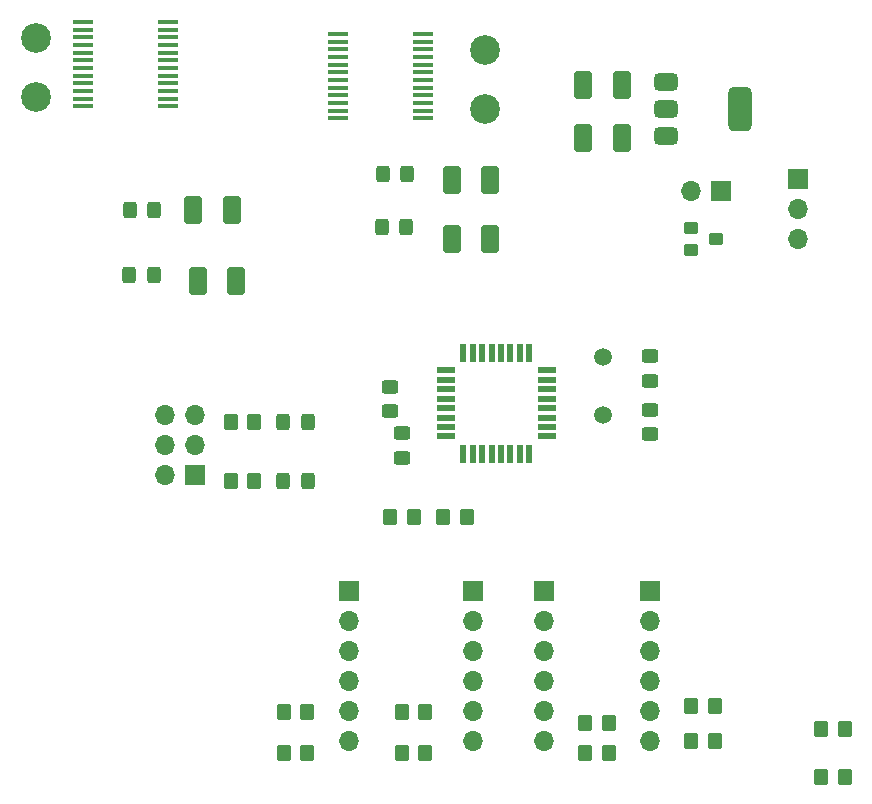
<source format=gbr>
%TF.GenerationSoftware,KiCad,Pcbnew,8.0.1*%
%TF.CreationDate,2024-06-07T20:18:40+02:00*%
%TF.ProjectId,minisumo,6d696e69-7375-46d6-9f2e-6b696361645f,rev?*%
%TF.SameCoordinates,Original*%
%TF.FileFunction,Soldermask,Top*%
%TF.FilePolarity,Negative*%
%FSLAX46Y46*%
G04 Gerber Fmt 4.6, Leading zero omitted, Abs format (unit mm)*
G04 Created by KiCad (PCBNEW 8.0.1) date 2024-06-07 20:18:40*
%MOMM*%
%LPD*%
G01*
G04 APERTURE LIST*
G04 Aperture macros list*
%AMRoundRect*
0 Rectangle with rounded corners*
0 $1 Rounding radius*
0 $2 $3 $4 $5 $6 $7 $8 $9 X,Y pos of 4 corners*
0 Add a 4 corners polygon primitive as box body*
4,1,4,$2,$3,$4,$5,$6,$7,$8,$9,$2,$3,0*
0 Add four circle primitives for the rounded corners*
1,1,$1+$1,$2,$3*
1,1,$1+$1,$4,$5*
1,1,$1+$1,$6,$7*
1,1,$1+$1,$8,$9*
0 Add four rect primitives between the rounded corners*
20,1,$1+$1,$2,$3,$4,$5,0*
20,1,$1+$1,$4,$5,$6,$7,0*
20,1,$1+$1,$6,$7,$8,$9,0*
20,1,$1+$1,$8,$9,$2,$3,0*%
G04 Aperture macros list end*
%ADD10R,1.750000X0.450000*%
%ADD11RoundRect,0.250001X-0.499999X-0.924999X0.499999X-0.924999X0.499999X0.924999X-0.499999X0.924999X0*%
%ADD12R,1.700000X1.700000*%
%ADD13O,1.700000X1.700000*%
%ADD14RoundRect,0.250000X-0.350000X-0.450000X0.350000X-0.450000X0.350000X0.450000X-0.350000X0.450000X0*%
%ADD15RoundRect,0.250000X-0.450000X0.325000X-0.450000X-0.325000X0.450000X-0.325000X0.450000X0.325000X0*%
%ADD16RoundRect,0.250000X0.350000X0.450000X-0.350000X0.450000X-0.350000X-0.450000X0.350000X-0.450000X0*%
%ADD17RoundRect,0.102000X-0.450000X0.400000X-0.450000X-0.400000X0.450000X-0.400000X0.450000X0.400000X0*%
%ADD18C,1.500000*%
%ADD19RoundRect,0.250000X0.450000X-0.325000X0.450000X0.325000X-0.450000X0.325000X-0.450000X-0.325000X0*%
%ADD20RoundRect,0.250000X0.325000X0.450000X-0.325000X0.450000X-0.325000X-0.450000X0.325000X-0.450000X0*%
%ADD21RoundRect,0.375000X-0.625000X-0.375000X0.625000X-0.375000X0.625000X0.375000X-0.625000X0.375000X0*%
%ADD22RoundRect,0.500000X-0.500000X-1.400000X0.500000X-1.400000X0.500000X1.400000X-0.500000X1.400000X0*%
%ADD23C,2.524000*%
%ADD24RoundRect,0.250001X0.499999X0.924999X-0.499999X0.924999X-0.499999X-0.924999X0.499999X-0.924999X0*%
%ADD25R,1.600000X0.550000*%
%ADD26R,0.550000X1.600000*%
G04 APERTURE END LIST*
D10*
%TO.C,U2*%
X77300000Y-92275000D03*
X77300000Y-91625000D03*
X77300000Y-90975000D03*
X77300000Y-90325000D03*
X77300000Y-89675000D03*
X77300000Y-89025000D03*
X77300000Y-88375000D03*
X77300000Y-87725000D03*
X77300000Y-87075000D03*
X77300000Y-86425000D03*
X77300000Y-85775000D03*
X77300000Y-85125000D03*
X70100000Y-85125000D03*
X70100000Y-85775000D03*
X70100000Y-86425000D03*
X70100000Y-87075000D03*
X70100000Y-87725000D03*
X70100000Y-88375000D03*
X70100000Y-89025000D03*
X70100000Y-89675000D03*
X70100000Y-90325000D03*
X70100000Y-90975000D03*
X70100000Y-91625000D03*
X70100000Y-92275000D03*
%TD*%
D11*
%TO.C,C8*%
X79750000Y-102500000D03*
X83000000Y-102500000D03*
%TD*%
D12*
%TO.C,J4*%
X71000000Y-132300000D03*
D13*
X71000000Y-134840000D03*
X71000000Y-137380000D03*
X71000000Y-139920000D03*
X71000000Y-142460000D03*
X71000000Y-145000000D03*
%TD*%
D14*
%TO.C,R7*%
X79000000Y-126000000D03*
X81000000Y-126000000D03*
%TD*%
D15*
%TO.C,C14*%
X96500000Y-112425000D03*
X96500000Y-114475000D03*
%TD*%
D16*
%TO.C,R10*%
X93000000Y-143500000D03*
X91000000Y-143500000D03*
%TD*%
D17*
%TO.C,Q2*%
X100000000Y-101550000D03*
X100000000Y-103450000D03*
X102100000Y-102500000D03*
%TD*%
D12*
%TO.C,J5*%
X81500000Y-132300000D03*
D13*
X81500000Y-134840000D03*
X81500000Y-137380000D03*
X81500000Y-139920000D03*
X81500000Y-142460000D03*
X81500000Y-145000000D03*
%TD*%
D18*
%TO.C,Y1*%
X92500000Y-117350000D03*
X92500000Y-112450000D03*
%TD*%
D19*
%TO.C,C15*%
X96500000Y-119000000D03*
X96500000Y-116950000D03*
%TD*%
D14*
%TO.C,R14*%
X75500000Y-142500000D03*
X77500000Y-142500000D03*
%TD*%
D20*
%TO.C,C4*%
X75875000Y-101500000D03*
X73825000Y-101500000D03*
%TD*%
D15*
%TO.C,C16*%
X75500000Y-118950000D03*
X75500000Y-121000000D03*
%TD*%
D21*
%TO.C,U7*%
X97850000Y-89160000D03*
X97850000Y-91460000D03*
D22*
X104150000Y-91460000D03*
D21*
X97850000Y-93760000D03*
%TD*%
D14*
%TO.C,R3*%
X111000000Y-148000000D03*
X113000000Y-148000000D03*
%TD*%
D16*
%TO.C,R2*%
X76500000Y-126000000D03*
X74500000Y-126000000D03*
%TD*%
D14*
%TO.C,R4*%
X100000000Y-145000000D03*
X102000000Y-145000000D03*
%TD*%
D23*
%TO.C,M2*%
X82500000Y-91500000D03*
X82500000Y-86500000D03*
%TD*%
D15*
%TO.C,C13*%
X74500000Y-114975000D03*
X74500000Y-117025000D03*
%TD*%
D14*
%TO.C,R12*%
X65500000Y-142500000D03*
X67500000Y-142500000D03*
%TD*%
%TO.C,R9*%
X61000000Y-123000000D03*
X63000000Y-123000000D03*
%TD*%
D20*
%TO.C,D1*%
X67525000Y-123000000D03*
X65475000Y-123000000D03*
%TD*%
D12*
%TO.C,J1*%
X58010000Y-122470000D03*
D13*
X55470000Y-122470000D03*
X58010000Y-119930000D03*
X55470000Y-119930000D03*
X58010000Y-117390000D03*
X55470000Y-117390000D03*
%TD*%
D11*
%TO.C,C5*%
X57850000Y-100000000D03*
X61100000Y-100000000D03*
%TD*%
D16*
%TO.C,R13*%
X77500000Y-146000000D03*
X75500000Y-146000000D03*
%TD*%
D12*
%TO.C,J3*%
X109000000Y-97420000D03*
D13*
X109000000Y-99960000D03*
X109000000Y-102500000D03*
%TD*%
D24*
%TO.C,C11*%
X94125000Y-93960000D03*
X90875000Y-93960000D03*
%TD*%
D16*
%TO.C,R6*%
X93000000Y-146000000D03*
X91000000Y-146000000D03*
%TD*%
D11*
%TO.C,C7*%
X79750000Y-97500000D03*
X83000000Y-97500000D03*
%TD*%
D25*
%TO.C,U1*%
X87750000Y-119200000D03*
X87750000Y-118400000D03*
X87750000Y-117600000D03*
X87750000Y-116800000D03*
X87750000Y-116000000D03*
X87750000Y-115200000D03*
X87750000Y-114400000D03*
X87750000Y-113600000D03*
D26*
X86300000Y-112150000D03*
X85500000Y-112150000D03*
X84700000Y-112150000D03*
X83900000Y-112150000D03*
X83100000Y-112150000D03*
X82300000Y-112150000D03*
X81500000Y-112150000D03*
X80700000Y-112150000D03*
D25*
X79250000Y-113600000D03*
X79250000Y-114400000D03*
X79250000Y-115200000D03*
X79250000Y-116000000D03*
X79250000Y-116800000D03*
X79250000Y-117600000D03*
X79250000Y-118400000D03*
X79250000Y-119200000D03*
D26*
X80700000Y-120650000D03*
X81500000Y-120650000D03*
X82300000Y-120650000D03*
X83100000Y-120650000D03*
X83900000Y-120650000D03*
X84700000Y-120650000D03*
X85500000Y-120650000D03*
X86300000Y-120650000D03*
%TD*%
D16*
%TO.C,R5*%
X102000000Y-142000000D03*
X100000000Y-142000000D03*
%TD*%
D12*
%TO.C,J6*%
X87500000Y-132300000D03*
D13*
X87500000Y-134840000D03*
X87500000Y-137380000D03*
X87500000Y-139920000D03*
X87500000Y-142460000D03*
X87500000Y-145000000D03*
%TD*%
D16*
%TO.C,R11*%
X67500000Y-146000000D03*
X65500000Y-146000000D03*
%TD*%
D20*
%TO.C,C2*%
X54475000Y-105500000D03*
X52425000Y-105500000D03*
%TD*%
%TO.C,D2*%
X67525000Y-118000000D03*
X65475000Y-118000000D03*
%TD*%
D12*
%TO.C,J2*%
X102500000Y-98460000D03*
D13*
X99960000Y-98460000D03*
%TD*%
D20*
%TO.C,C3*%
X75925000Y-97000000D03*
X73875000Y-97000000D03*
%TD*%
%TO.C,C1*%
X54525000Y-100000000D03*
X52475000Y-100000000D03*
%TD*%
D14*
%TO.C,R1*%
X111000000Y-144000000D03*
X113000000Y-144000000D03*
%TD*%
D12*
%TO.C,J7*%
X96500000Y-132300000D03*
D13*
X96500000Y-134840000D03*
X96500000Y-137380000D03*
X96500000Y-139920000D03*
X96500000Y-142460000D03*
X96500000Y-145000000D03*
%TD*%
D14*
%TO.C,R8*%
X61000000Y-118000000D03*
X63000000Y-118000000D03*
%TD*%
D23*
%TO.C,M1*%
X44500000Y-90500000D03*
X44500000Y-85500000D03*
%TD*%
D10*
%TO.C,U3*%
X48544000Y-84100000D03*
X48544000Y-84750000D03*
X48544000Y-85400000D03*
X48544000Y-86050000D03*
X48544000Y-86700000D03*
X48544000Y-87350000D03*
X48544000Y-88000000D03*
X48544000Y-88650000D03*
X48544000Y-89300000D03*
X48544000Y-89950000D03*
X48544000Y-90600000D03*
X48544000Y-91250000D03*
X55744000Y-91250000D03*
X55744000Y-90600000D03*
X55744000Y-89950000D03*
X55744000Y-89300000D03*
X55744000Y-88650000D03*
X55744000Y-88000000D03*
X55744000Y-87350000D03*
X55744000Y-86700000D03*
X55744000Y-86050000D03*
X55744000Y-85400000D03*
X55744000Y-84750000D03*
X55744000Y-84100000D03*
%TD*%
D24*
%TO.C,C12*%
X94125000Y-89460000D03*
X90875000Y-89460000D03*
%TD*%
D11*
%TO.C,C6*%
X58250000Y-106000000D03*
X61500000Y-106000000D03*
%TD*%
M02*

</source>
